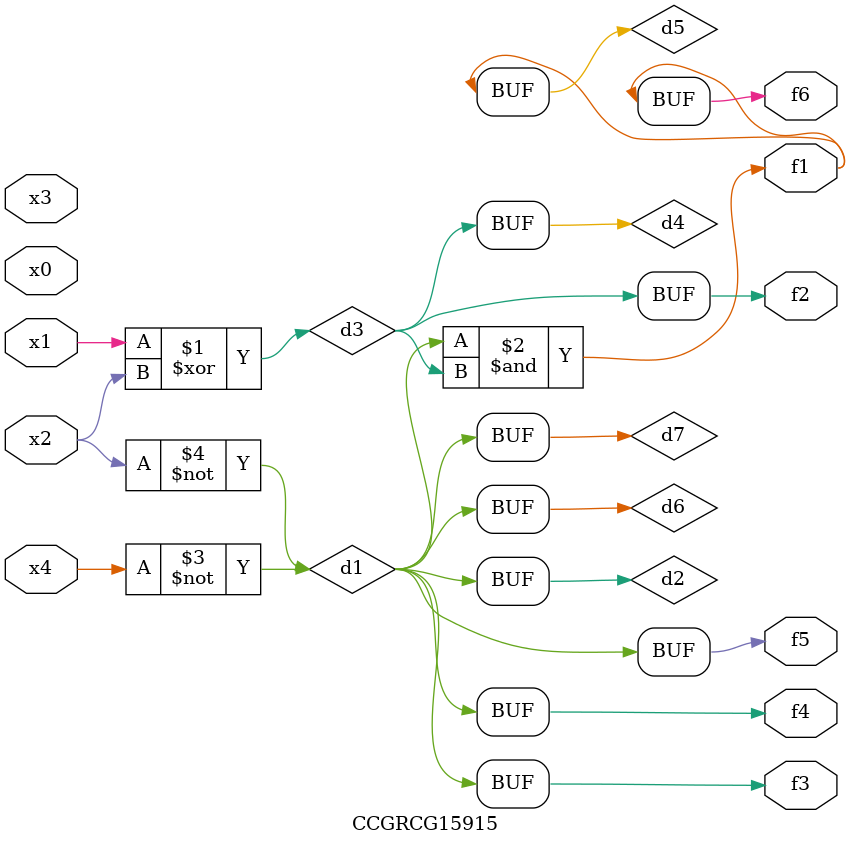
<source format=v>
module CCGRCG15915(
	input x0, x1, x2, x3, x4,
	output f1, f2, f3, f4, f5, f6
);

	wire d1, d2, d3, d4, d5, d6, d7;

	not (d1, x4);
	not (d2, x2);
	xor (d3, x1, x2);
	buf (d4, d3);
	and (d5, d1, d3);
	buf (d6, d1, d2);
	buf (d7, d2);
	assign f1 = d5;
	assign f2 = d4;
	assign f3 = d7;
	assign f4 = d7;
	assign f5 = d7;
	assign f6 = d5;
endmodule

</source>
